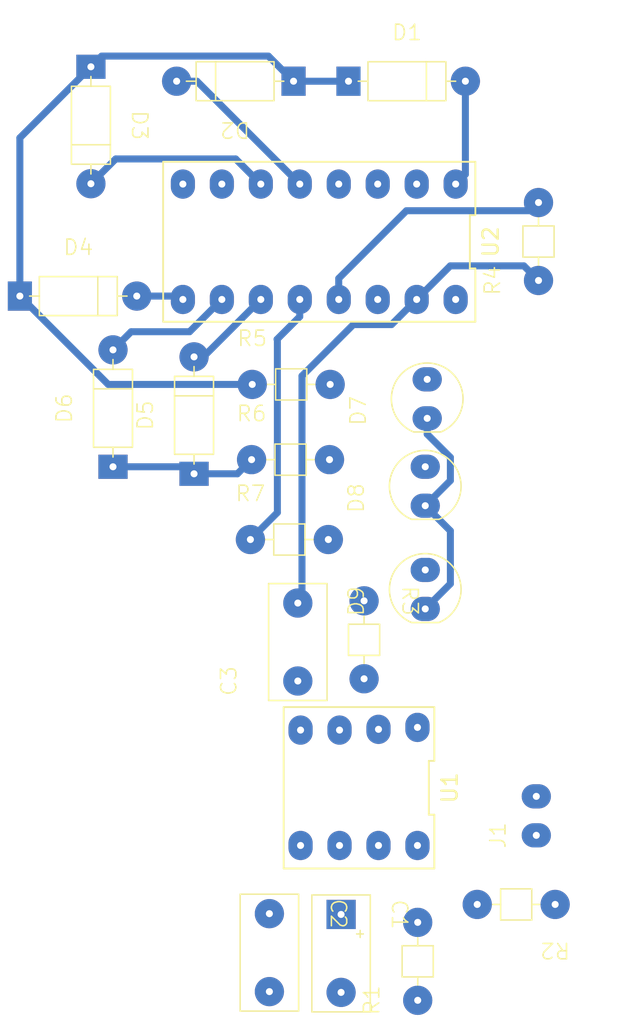
<source format=kicad_pcb>
(kicad_pcb (version 20240108) (generator "pcbnew") (generator_version "8.0")
  (layers (0 "F.Cu" signal) (31 "B.Cu" signal) (34 "B.Paste" user) (35 "F.Paste" user) (36 "B.SilkS" user "B.Silkscreen") (37 "F.SilkS" user "F.Silkscreen") (38 "B.Mask" user) (39 "F.Mask" user) (44 "Edge.Cuts" user))
  (net 0 "")
  (net 1 "Net-(U1-THR)")
  (net 2 "GND")
  (net 3 "Net-(U1-CV)")
  (net 4 "Net-(J1-Pin_1)")
  (net 5 "Net-(U2-Reset)")
  (net 6 "Net-(D1-K)")
  (net 7 "Net-(D1-A)")
  (net 8 "Net-(D2-A)")
  (net 9 "Net-(D3-A)")
  (net 10 "Net-(D4-A)")
  (net 11 "Net-(D5-K)")
  (net 12 "Net-(D5-A)")
  (net 13 "Net-(D6-A)")
  (net 14 "Net-(D7-A)")
  (net 15 "Net-(D8-A)")
  (net 16 "Net-(D9-A)")
  (net 17 "Net-(U1-DIS)")
  (net 18 "Net-(U1-Q)")
  (net 19 "Net-(U2-CLK)")
  (net 20 "Net-(U2-CKEN)")
  (net 21 "Net-(U2-Cout)")
  (footprint "MyLibrary:Resistor" (layer "F.Cu") (at 177.3936 113.538 90)
    (property "Reference" "R1" (at 0 -3 90) (layer "F.SilkS") (effects (font (thickness 0.1))))
    (property "Value" "10k")
    (fp_line (start 3.556 -1.016) (end 3.556 0) (stroke (width 0.1)) (layer "F.SilkS"))
    (fp_line (start 1.524 -1.016) (end 3.556 -1.016) (stroke (width 0.1)) (layer "F.SilkS"))
    (fp_line (start 3.937 0) (end 4.075 0) (stroke (width 0.1)) (layer "F.SilkS"))
    (fp_line (start 3.556 0) (end 3.937 0) (stroke (width 0.1)) (layer "F.SilkS"))
    (fp_line (start 3.556 0) (end 3.556 1.016) (stroke (width 0.1)) (layer "F.SilkS"))
    (fp_line (start 1.524 0) (end 1.524 -1.016) (stroke (width 0.1)) (layer "F.SilkS"))
    (fp_line (start 1.524 0) (end 1.143 0) (stroke (width 0.1)) (layer "F.SilkS"))
    (fp_line (start 1.143 0) (end 1 0) (stroke (width 0.1)) (layer "F.SilkS"))
    (fp_line (start 3.556 1.016) (end 1.524 1.016) (stroke (width 0.1)) (layer "F.SilkS"))
    (fp_line (start 1.524 1.016) (end 1.524 0) (stroke (width 0.1)) (layer "F.SilkS"))
    (pad "1" thru_hole oval (at 0 0 90) (size 1.905 1.905) (drill 0.4572) (layers "*.Cu" "*.Mask") (net 17 "Net-(U1-DIS)"))
    (pad "2" thru_hole oval (at 5.08 0 90) (size 1.905 1.905) (drill 0.4572) (layers "*.Cu" "*.Mask") (net 1 "Net-(U1-THR)"))
  )
  (footprint "MyLibrary:Resistor" (layer "F.Cu") (at 186.3523 107.2896 180)
    (property "Reference" "R2" (at 0 -3 180) (layer "F.SilkS") (effects (font (thickness 0.1))))
    (property "Value" "22k")
    (fp_line (start 3.937 0) (end 4.075 0) (stroke (width 0.1)) (layer "F.SilkS"))
    (fp_line (start 3.556 1.016) (end 1.524 1.016) (stroke (width 0.1)) (layer "F.SilkS"))
    (fp_line (start 3.556 0) (end 3.937 0) (stroke (width 0.1)) (layer "F.SilkS"))
    (fp_line (start 3.556 0) (end 3.556 1.016) (stroke (width 0.1)) (layer "F.SilkS"))
    (fp_line (start 3.556 -1.016) (end 3.556 0) (stroke (width 0.1)) (layer "F.SilkS"))
    (fp_line (start 1.524 1.016) (end 1.524 0) (stroke (width 0.1)) (layer "F.SilkS"))
    (fp_line (start 1.524 0) (end 1.524 -1.016) (stroke (width 0.1)) (layer "F.SilkS"))
    (fp_line (start 1.524 0) (end 1.143 0) (stroke (width 0.1)) (layer "F.SilkS"))
    (fp_line (start 1.524 -1.016) (end 3.556 -1.016) (stroke (width 0.1)) (layer "F.SilkS"))
    (fp_line (start 1.143 0) (end 1 0) (stroke (width 0.1)) (layer "F.SilkS"))
    (pad "1" thru_hole oval (at 0 0 180) (size 1.905 1.905) (drill 0.4572) (layers "*.Cu" "*.Mask") (net 4 "Net-(J1-Pin_1)"))
    (pad "2" thru_hole oval (at 5.08 0 180) (size 1.905 1.905) (drill 0.4572) (layers "*.Cu" "*.Mask") (net 17 "Net-(U1-DIS)"))
  )
  (footprint "MyLibrary:Resistor" (layer "F.Cu") (at 185.2676 66.6242 90)
    (property "Reference" "R4" (at 0 -3 90) (layer "F.SilkS") (effects (font (thickness 0.1))))
    (property "Value" "100k")
    (fp_line (start 3.556 -1.016) (end 3.556 0) (stroke (width 0.1)) (layer "F.SilkS"))
    (fp_line (start 1.524 -1.016) (end 3.556 -1.016) (stroke (width 0.1)) (layer "F.SilkS"))
    (fp_line (start 3.937 0) (end 4.075 0) (stroke (width 0.1)) (layer "F.SilkS"))
    (fp_line (start 3.556 0) (end 3.937 0) (stroke (width 0.1)) (layer "F.SilkS"))
    (fp_line (start 3.556 0) (end 3.556 1.016) (stroke (width 0.1)) (layer "F.SilkS"))
    (fp_line (start 1.524 0) (end 1.524 -1.016) (stroke (width 0.1)) (layer "F.SilkS"))
    (fp_line (start 1.524 0) (end 1.143 0) (stroke (width 0.1)) (layer "F.SilkS"))
    (fp_line (start 1.143 0) (end 1 0) (stroke (width 0.1)) (layer "F.SilkS"))
    (fp_line (start 3.556 1.016) (end 1.524 1.016) (stroke (width 0.1)) (layer "F.SilkS"))
    (fp_line (start 1.524 1.016) (end 1.524 0) (stroke (width 0.1)) (layer "F.SilkS"))
    (pad "1" thru_hole oval (at 0 0 90) (size 1.905 1.905) (drill 0.4572) (layers "*.Cu" "*.Mask") (net 5 "Net-(U2-Reset)"))
    (pad "2" thru_hole oval (at 5.08 0 90) (size 1.905 1.905) (drill 0.4572) (layers "*.Cu" "*.Mask") (net 20 "Net-(U2-CKEN)"))
  )
  (footprint "MyLibrary:Capacitor" (layer "F.Cu") (at 167.7246 107.8912 -90)
    (property "Reference" "C2" (at 0 -4.5 -90) (layer "F.SilkS") (effects (font (thickness 0.1))))
    (property "Value" "0.01uF")
    (fp_line (start -1.27 1.905) (end 6.35 1.905) (stroke (width 0.1)) (layer "F.SilkS"))
    (fp_line (start -1.27 -1.905) (end -1.27 1.905) (stroke (width 0.1)) (layer "F.SilkS"))
    (fp_line (start 6.35 -1.905) (end 6.35 1.905) (stroke (width 0.1)) (layer "F.SilkS"))
    (fp_line (start 6.35 -1.905) (end -1.27 -1.905) (stroke (width 0.1)) (layer "F.SilkS"))
    (pad "1" thru_hole oval (at 0 0 270) (size 1.905 1.905) (drill 0.4572) (layers "*.Cu" "*.Mask") (net 3 "Net-(U1-CV)"))
    (pad "2" thru_hole oval (at 5.08 0 270) (size 1.905 1.905) (drill 0.4572) (layers "*.Cu" "*.Mask") (net 2 "GND"))
  )
  (footprint "MyLibrary:Diode" (layer "F.Cu") (at 156.0914 52.697 -90)
    (property "Reference" "D3" (at 3.81 -3.175 -90) (layer "F.SilkS") (effects (font (thickness 0.1))))
    (property "Value" "1N4148")
    (fp_line (start 0.635 0) (end 1.27 0) (stroke (width 0.1)) (layer "F.SilkS"))
    (fp_line (start 6.35 0) (end 6.985 0) (stroke (width 0.1)) (layer "F.SilkS"))
    (fp_line (start 5.08 -1.27) (end 5.08 1.27) (stroke (width 0.1)) (layer "F.SilkS"))
    (fp_rect (start 1.27 -1.27) (end 6.35 1.27) (stroke (width 0.1)) (fill none) (layer "F.SilkS"))
    (pad "1" thru_hole rect (at 0 0 270) (size 1.5748 1.905) (drill 0.4572) (layers "*.Cu" "*.Mask") (net 6 "Net-(D1-K)"))
    (pad "2" thru_hole circle (at 7.62 0 270) (size 1.905 1.905) (drill 0.4572) (layers "*.Cu" "*.Mask") (net 9 "Net-(D3-A)"))
  )
  (footprint "MyLibrary:LED" (layer "F.Cu") (at 177.8846 88.0284 90)
    (property "Reference" "D9" (at 0.5 -4.5 90) (layer "F.SilkS") (effects (font (thickness 0.1))))
    (property "Value" "LED-RED")
    (fp_line (start -0.888999 -0.889001) (end -0.888999 0.889) (stroke (width 0.1)) (layer "F.SilkS"))
    (fp_arc (start -0.888999 -0.889001) (mid 3.604866 0) (end -0.888999 0.889) (stroke (width 0.1)) (layer "F.SilkS"))
    (pad "1" thru_hole oval (at 0 0 90) (size 1.5748 1.905) (drill 0.4572) (layers "*.Cu" "*.Mask") (net 2 "GND"))
    (pad "2" thru_hole oval (at 2.54 0 90) (size 1.5748 1.905) (drill 0.4572) (layers "*.Cu" "*.Mask") (net 16 "Net-(D9-A)"))
  )
  (footprint "MyLibrary:Counter" (layer "F.Cu") (at 179.8912 60.3662 180)
    (property "Reference" "U2" (at -2.2605 -3.7346 90) (layer "F.SilkS"))
    (property "Value" "4017")
    (fp_line (start 19.0913 1.4779) (end 19.0913 -8.947099) (stroke (width 0.12)) (layer "F.SilkS"))
    (fp_line (start 19.0913 -8.947099) (end -1.2605 -8.9471) (stroke (width 0.12)) (layer "F.SilkS"))
    (fp_line (start -0.9005 -1.997101) (end -1.2605 -1.997101) (stroke (width 0.12)) (layer "F.SilkS"))
    (fp_line (start -0.9005 -5.4721) (end -0.9005 -1.997101) (stroke (width 0.12)) (layer "F.SilkS"))
    (fp_line (start -1.2605 1.477899) (end 19.0913 1.4779) (stroke (width 0.12)) (layer "F.SilkS"))
    (fp_line (start -1.2605 -1.997101) (end -1.2605 1.477899) (stroke (width 0.12)) (layer "F.SilkS"))
    (fp_line (start -1.2605 -5.4721) (end -0.9005 -5.4721) (stroke (width 0.12)) (layer "F.SilkS"))
    (fp_line (start -1.2605 -8.9471) (end -1.2605 -5.4721) (stroke (width 0.12)) (layer "F.SilkS"))
    (pad "1" thru_hole oval (at 0.0254 0.0254 180) (size 1.5718 1.905) (drill 0.4572) (layers "*.Cu" "*.Mask") (net 7 "Net-(D1-A)"))
    (pad "2" thru_hole oval (at 2.5654 0.0254 180) (size 1.5718 1.905) (drill 0.4572) (layers "*.Cu" "*.Mask"))
    (pad "3" thru_hole oval (at 5.1054 0.0254 180) (size 1.5718 1.905) (drill 0.4572) (layers "*.Cu" "*.Mask"))
    (pad "4" thru_hole oval (at 7.6454 0.0254 180) (size 1.5718 1.905) (drill 0.4572) (layers "*.Cu" "*.Mask"))
    (pad "5" thru_hole oval (at 10.1854 0.0254 180) (size 1.5718 1.905) (drill 0.4572) (layers "*.Cu" "*.Mask") (net 8 "Net-(D2-A)"))
    (pad "6" thru_hole oval (at 12.7254 0.0254 180) (size 1.5718 1.905) (drill 0.4572) (layers "*.Cu" "*.Mask") (net 9 "Net-(D3-A)"))
    (pad "7" thru_hole oval (at 15.2654 0.0254 180) (size 1.5718 1.905) (drill 0.4572) (layers "*.Cu" "*.Mask"))
    (pad "8" thru_hole oval (at 17.8054 0.0254 180) (size 1.5718 1.905) (drill 0.4572) (layers "*.Cu" "*.Mask"))
    (pad "9" thru_hole oval (at 17.8054 -7.4946 180) (size 1.5718 1.905) (drill 0.4572) (layers "*.Cu" "*.Mask") (net 10 "Net-(D4-A)"))
    (pad "10" thru_hole oval (at 15.2654 -7.4946 180) (size 1.5718 1.905) (drill 0.4572) (layers "*.Cu" "*.Mask") (net 13 "Net-(D6-A)"))
    (pad "11" thru_hole oval (at 12.7254 -7.4946 180) (size 1.5718 1.905) (drill 0.4572) (layers "*.Cu" "*.Mask") (net 12 "Net-(D5-A)"))
    (pad "12" thru_hole oval (at 10.1854 -7.4946 180) (size 1.5718 1.905) (drill 0.4572) (layers "*.Cu" "*.Mask") (net 21 "Net-(U2-Cout)"))
    (pad "13" thru_hole oval (at 7.6454 -7.4946 180) (size 1.5718 1.905) (drill 0.4572) (layers "*.Cu" "*.Mask") (net 20 "Net-(U2-CKEN)"))
    (pad "14" thru_hole oval (at 5.1054 -7.4946 180) (size 1.5718 1.905) (drill 0.4572) (layers "*.Cu" "*.Mask") (net 19 "Net-(U2-CLK)"))
    (pad "15" thru_hole oval (at 2.5654 -7.4946 180) (size 1.5718 1.905) (drill 0.4572) (layers "*.Cu" "*.Mask") (net 5 "Net-(U2-Reset)"))
    (pad "16" thru_hole oval (at 0.0254 -7.4946 180) (size 1.5718 1.905) (drill 0.4572) (layers "*.Cu" "*.Mask"))
  )
  (footprint "MyLibrary:LED" (layer "F.Cu") (at 178.0116 75.6078 90)
    (property "Reference" "D7" (at 0.5 -4.5 90) (layer "F.SilkS") (effects (font (thickness 0.1))))
    (property "Value" "LED-GREEN")
    (fp_line (start -0.888999 -0.889001) (end -0.888999 0.889) (stroke (width 0.1)) (layer "F.SilkS"))
    (fp_arc (start -0.888999 -0.889001) (mid 3.604866 0) (end -0.888999 0.889) (stroke (width 0.1)) (layer "F.SilkS"))
    (pad "1" thru_hole oval (at 0 0 90) (size 1.5748 1.905) (drill 0.4572) (layers "*.Cu" "*.Mask") (net 2 "GND"))
    (pad "2" thru_hole oval (at 2.54 0 90) (size 1.5748 1.905) (drill 0.4572) (layers "*.Cu" "*.Mask") (net 14 "Net-(D7-A)"))
  )
  (footprint "MyLibrary:Connector" (layer "F.Cu") (at 185.1236 102.7858 90)
    (property "Reference" "J1" (at 0 -2.5 90) (layer "F.SilkS") (effects (font (thickness 0.1))))
    (property "Value" "Conn_01x02_Pin")
    (pad "1" thru_hole oval (at 0 0 90) (size 1.5748 1.905) (drill 0.4572) (layers "*.Cu" "*.Mask") (net 4 "Net-(J1-Pin_1)"))
    (pad "2" thru_hole oval (at 2.54 0 90) (size 1.5748 1.905) (drill 0.4572) (layers "*.Cu" "*.Mask") (net 2 "GND"))
  )
  (footprint "MyLibrary:LED" (layer "F.Cu") (at 177.8846 81.3024 90)
    (property "Reference" "D8" (at 0.5 -4.5 90) (layer "F.SilkS") (effects (font (thickness 0.1))))
    (property "Value" "LED-YELLOW")
    (fp_line (start -0.888999 -0.889001) (end -0.888999 0.889) (stroke (width 0.1)) (layer "F.SilkS"))
    (fp_arc (start -0.888999 -0.889001) (mid 3.604866 0) (end -0.888999 0.889) (stroke (width 0.1)) (layer "F.SilkS"))
    (pad "1" thru_hole oval (at 0 0 90) (size 1.5748 1.905) (drill 0.4572) (layers "*.Cu" "*.Mask") (net 2 "GND"))
    (pad "2" thru_hole oval (at 2.54 0 90) (size 1.5748 1.905) (drill 0.4572) (layers "*.Cu" "*.Mask") (net 15 "Net-(D8-A)"))
  )
  (footprint "MyLibrary:555" (layer "F.Cu") (at 177.3766 95.75 180)
    (property "Reference" "U1" (at -2.1 -3.937 90) (layer "F.SilkS"))
    (property "Value" "LM555xN")
    (fp_line (start 8.72 1.323) (end 8.72 -9.197) (stroke (width 0.12)) (layer "F.SilkS"))
    (fp_line (start 8.72 -9.197) (end -1.1 -9.197) (stroke (width 0.12)) (layer "F.SilkS"))
    (fp_line (start -0.74 -2.183667) (end -1.1 -2.183667) (stroke (width 0.12)) (layer "F.SilkS"))
    (fp_line (start -0.74 -5.690333) (end -0.74 -2.183667) (stroke (width 0.12)) (layer "F.SilkS"))
    (fp_line (start -1.1 1.323) (end 8.72 1.323) (stroke (width 0.12)) (layer "F.SilkS"))
    (fp_line (start -1.1 -2.183667) (end -1.1 1.323) (stroke (width 0.12)) (layer "F.SilkS"))
    (fp_line (start -1.1 -5.690333) (end -0.74 -5.690333) (stroke (width 0.12)) (layer "F.SilkS"))
    (fp_line (start -1.1 -9.197) (end -1.1 -5.690333) (stroke (width 0.12)) (layer "F.SilkS"))
    (pad "1" thru_hole oval (at 0 0 180) (size 1.5748 1.905) (drill 0.4572) (layers "*.Cu" "*.Mask") (net 2 "GND"))
    (pad "2" thru_hole oval (at 2.54 -0.127 180) (size 1.5748 1.905) (drill 0.4572) (layers "*.Cu" "*.Mask") (net 1 "Net-(U1-THR)"))
    (pad "3" thru_hole oval (at 5.08 -0.177 180) (size 1.5748 1.905) (drill 0.4572) (layers "*.Cu" "*.Mask") (net 18 "Net-(U1-Q)"))
    (pad "4" thru_hole oval (at 7.62 -0.177 180) (size 1.5748 1.905) (drill 0.4572) (layers "*.Cu" "*.Mask") (net 4 "Net-(J1-Pin_1)"))
    (pad "5" thru_hole oval (at 7.62 -7.697 180) (size 1.5748 1.905) (drill 0.4572) (layers "*.Cu" "*.Mask") (net 3 "Net-(U1-CV)"))
    (pad "6" thru_hole oval (at 5.08 -7.697 180) (size 1.5748 1.905) (drill 0.4572) (layers "*.Cu" "*.Mask") (net 1 "Net-(U1-THR)"))
    (pad "7" thru_hole oval (at 2.54 -7.697 180) (size 1.5748 1.905) (drill 0.4572) (layers "*.Cu" "*.Mask") (net 17 "Net-(U1-DIS)"))
    (pad "8" thru_hole oval (at 0 -7.697 180) (size 1.5748 1.905) (drill 0.4572) (layers "*.Cu" "*.Mask") (net 4 "Net-(J1-Pin_1)"))
  )
  (footprint "MyLibrary:Resistor" (layer "F.Cu") (at 173.8968 87.5025 -90)
    (property "Reference" "R3" (at 0 -3 -90) (layer "F.SilkS") (effects (font (thickness 0.1))))
    (property "Value" "10k")
    (fp_line (start 1.524 1.016) (end 1.524 0) (stroke (width 0.1)) (layer "F.SilkS"))
    (fp_line (start 3.556 1.016) (end 1.524 1.016) (stroke (width 0.1)) (layer "F.SilkS"))
    (fp_line (start 1.143 0) (end 1 0) (stroke (width 0.1)) (layer "F.SilkS"))
    (fp_line (start 1.524 0) (end 1.143 0) (stroke (width 0.1)) (layer "F.SilkS"))
    (fp_line (start 1.524 0) (end 1.524 -1.016) (stroke (width 0.1)) (layer "F.SilkS"))
    (fp_line (start 3.556 0) (end 3.556 1.016) (stroke (width 0.1)) (layer "F.SilkS"))
    (fp_line (start 3.556 0) (end 3.937 0) (stroke (width 0.1)) (layer "F.SilkS"))
    (fp_line (start 3.937 0) (end 4.075 0) (stroke (width 0.1)) (layer "F.SilkS"))
    (fp_line (start 1.524 -1.016) (end 3.556 -1.016) (stroke (width 0.1)) (layer "F.SilkS"))
    (fp_line (start 3.556 -1.016) (end 3.556 0) (stroke (width 0.1)) (layer "F.SilkS"))
    (pad "1" thru_hole oval (at 0 0 270) (size 1.905 1.905) (drill 0.4572) (layers "*.Cu" "*.Mask") (net 19 "Net-(U2-CLK)"))
    (pad "2" thru_hole oval (at 5.08 0 270) (size 1.905 1.905) (drill 0.4572) (layers "*.Cu" "*.Mask") (net 18 "Net-(U1-Q)"))
  )
  (footprint "MyLibrary:Diode" (layer "F.Cu") (at 172.8808 53.6368)
    (property "Reference" "D1" (at 3.81 -3.175 0) (layer "F.SilkS") (effects (font (thickness 0.1))))
    (property "Value" "1N4148")
    (fp_line (start 0.635 0) (end 1.27 0) (stroke (width 0.1)) (layer "F.SilkS"))
    (fp_line (start 5.08 -1.27) (end 5.08 1.27) (stroke (width 0.1)) (layer "F.SilkS"))
    (fp_line (start 6.35 0) (end 6.985 0) (stroke (width 0.1)) (layer "F.SilkS"))
    (fp_rect (start 1.27 -1.27) (end 6.35 1.27) (stroke (width 0.1)) (fill none) (layer "F.SilkS"))
    (pad "1" thru_hole rect (at 0 0) (size 1.5748 1.905) (drill 0.4572) (layers "*.Cu" "*.Mask") (net 6 "Net-(D1-K)"))
    (pad "2" thru_hole circle (at 7.62 0) (size 1.905 1.905) (drill 0.4572) (layers "*.Cu" "*.Mask") (net 7 "Net-(D1-A)"))
  )
  (footprint "MyLibrary:CP" (layer "F.Cu") (at 172.3982 107.942 -90)
    (property "Reference" "C1" (at 0 -3.81 -90) (layer "F.SilkS") (effects (font (thickness 0.1))))
    (property "Value" "47u")
    (fp_line (start -1.27 1.905) (end 6.35 1.905) (stroke (width 0.1)) (layer "F.SilkS"))
    (fp_line (start 6.35 1.905) (end 6.35 -1.905) (stroke (width 0.1)) (layer "F.SilkS"))
    (fp_line (start 1.0414 -1.2446) (end 1.4986 -1.2446) (stroke (width 0.1)) (layer "F.SilkS"))
    (fp_line (start 1.27 -1.4478) (end 1.27 -1.016) (stroke (width 0.1)) (layer "F.SilkS"))
    (fp_line (start -1.27 -1.905) (end -1.27 1.905) (stroke (width 0.1)) (layer "F.SilkS"))
    (fp_line (start 6.35 -1.905) (end -1.27 -1.905) (stroke (width 0.1)) (layer "F.SilkS"))
    (pad "1" thru_hole rect (at 0 0 270) (size 1.905 1.905) (drill 0.4572) (layers "*.Cu" "*.Mask") (net 1 "Net-(U1-THR)"))
    (pad "2" thru_hole oval (at 5.08 0 270) (size 1.905 1.905) (drill 0.4572) (layers "*.Cu" "*.Mask") (net 2 "GND"))
  )
  (footprint "MyLibrary:Resistor" (layer "F.Cu") (at 166.4875 83.5072)
    (property "Reference" "R7" (at 0 -3 0) (layer "F.SilkS") (effects (font (thickness 0.1))))
    (property "Value" "100R")
    (fp_line (start 1.143 0) (end 1 0) (stroke (width 0.1)) (layer "F.SilkS"))
    (fp_line (start 1.524 -1.016) (end 3.556 -1.016) (stroke (width 0.1)) (layer "F.SilkS"))
    (fp_line (start 1.524 0) (end 1.143 0) (stroke (width 0.1)) (layer "F.SilkS"))
    (fp_line (start 1.524 0) (end 1.524 -1.016) (stroke (width 0.1)) (layer "F.SilkS"))
    (fp_line (start 1.524 1.016) (end 1.524 0) (stroke (width 0.1)) (layer "F.SilkS"))
    (fp_line (start 3.556 -1.016) (end 3.556 0) (stroke (width 0.1)) (layer "F.SilkS"))
    (fp_line (start 3.556 0) (end 3.556 1.016) (stroke (width 0.1)) (layer "F.SilkS"))
    (fp_line (start 3.556 0) (end 3.937 0) (stroke (width 0.1)) (layer "F.SilkS"))
    (fp_line (start 3.556 1.016) (end 1.524 1.016) (stroke (width 0.1)) (layer "F.SilkS"))
    (fp_line (start 3.937 0) (end 4.075 0) (stroke (width 0.1)) (layer "F.SilkS"))
    (pad "1" thru_hole oval (at 0 0) (size 1.905 1.905) (drill 0.4572) (layers "*.Cu" "*.Mask") (net 21 "Net-(U2-Cout)"))
    (pad "2" thru_hole oval (at 5.08 0) (size 1.905 1.905) (drill 0.4572) (layers "*.Cu" "*.Mask") (net 16 "Net-(D9-A)"))
  )
  (footprint "MyLibrary:Diode" (layer "F.Cu") (at 157.5308 78.7654 90)
    (property "Reference" "D6" (at 3.81 -3.175 90) (layer "F.SilkS") (effects (font (thickness 0.1))))
    (property "Value" "1N4148")
    (fp_line (start 5.08 -1.27) (end 5.08 1.27) (stroke (width 0.1)) (layer "F.SilkS"))
    (fp_line (start 6.35 0) (end 6.985 0) (stroke (width 0.1)) (layer "F.SilkS"))
    (fp_line (start 0.635 0) (end 1.27 0) (stroke (width 0.1)) (layer "F.SilkS"))
    (fp_rect (start 1.27 -1.27) (end 6.35 1.27) (stroke (width 0.1)) (fill none) (layer "F.SilkS"))
    (pad "1" thru_hole rect (at 0 0 90) (size 1.5748 1.905) (drill 0.4572) (layers "*.Cu" "*.Mask") (net 11 "Net-(D5-K)"))
    (pad "2" thru_hole circle (at 7.62 0 90) (size 1.905 1.905) (drill 0.4572) (layers "*.Cu" "*.Mask") (net 13 "Net-(D6-A)"))
  )
  (footprint "MyLibrary:Capacitor" (layer "F.Cu") (at 169.5788 92.7274 90)
    (property "Reference" "C3" (at 0 -4.5 90) (layer "F.SilkS") (effects (font (thickness 0.1))))
    (property "Value" "6.8nF")
    (fp_line (start 6.35 -1.905) (end -1.27 -1.905) (stroke (width 0.1)) (layer "F.SilkS"))
    (fp_line (start 6.35 -1.905) (end 6.35 1.905) (stroke (width 0.1)) (layer "F.SilkS"))
    (fp_line (start -1.27 -1.905) (end -1.27 1.905) (stroke (width 0.1)) (layer "F.SilkS"))
    (fp_line (start -1.27 1.905) (end 6.35 1.905) (stroke (width 0.1)) (layer "F.SilkS"))
    (pad "1" thru_hole oval (at 0 0 90) (size 1.905 1.905) (drill 0.4572) (layers "*.Cu" "*.Mask") (net 4 "Net-(J1-Pin_1)"))
    (pad "2" thru_hole oval (at 5.08 0 90) (size 1.905 1.905) (drill 0.4572) (layers "*.Cu" "*.Mask") (net 5 "Net-(U2-Reset)"))
  )
  (footprint "MyLibrary:Diode" (layer "F.Cu") (at 162.814 79.2226 90)
    (property "Reference" "D5" (at 3.81 -3.175 90) (layer "F.SilkS") (effects (font (thickness 0.1))))
    (property "Value" "1N4148")
    (fp_line (start 5.08 -1.27) (end 5.08 1.27) (stroke (width 0.1)) (layer "F.SilkS"))
    (fp_line (start 6.35 0) (end 6.985 0) (stroke (width 0.1)) (layer "F.SilkS"))
    (fp_line (start 0.635 0) (end 1.27 0) (stroke (width 0.1)) (layer "F.SilkS"))
    (fp_rect (start 1.27 -1.27) (end 6.35 1.27) (stroke (width 0.1)) (fill none) (layer "F.SilkS"))
    (pad "1" thru_hole rect (at 0 0 90) (size 1.5748 1.905) (drill 0.4572) (layers "*.Cu" "*.Mask") (net 11 "Net-(D5-K)"))
    (pad "2" thru_hole circle (at 7.62 0 90) (size 1.905 1.905) (drill 0.4572) (layers "*.Cu" "*.Mask") (net 12 "Net-(D5-A)"))
  )
  (footprint "MyLibrary:Resistor" (layer "F.Cu") (at 166.607 73.398)
    (property "Reference" "R5" (at 0 -3 0) (layer "F.SilkS") (effects (font (thickness 0.1))))
    (property "Value" "100R")
    (fp_line (start 1.143 0) (end 1 0) (stroke (width 0.1)) (layer "F.SilkS"))
    (fp_line (start 1.524 -1.016) (end 3.556 -1.016) (stroke (width 0.1)) (layer "F.SilkS"))
    (fp_line (start 1.524 0) (end 1.143 0) (stroke (width 0.1)) (layer "F.SilkS"))
    (fp_line (start 1.524 0) (end 1.524 -1.016) (stroke (width 0.1)) (layer "F.SilkS"))
    (fp_line (start 1.524 1.016) (end 1.524 0) (stroke (width 0.1)) (layer "F.SilkS"))
    (fp_line (start 3.556 -1.016) (end 3.556 0) (stroke (width 0.1)) (layer "F.SilkS"))
    (fp_line (start 3.556 0) (end 3.556 1.016) (stroke (width 0.1)) (layer "F.SilkS"))
    (fp_line (start 3.556 0) (end 3.937 0) (stroke (width 0.1)) (layer "F.SilkS"))
    (fp_line (start 3.556 1.016) (end 1.524 1.016) (stroke (width 0.1)) (layer "F.SilkS"))
    (fp_line (start 3.937 0) (end 4.075 0) (stroke (width 0.1)) (layer "F.SilkS"))
    (pad "1" thru_hole oval (at 0 0) (size 1.905 1.905) (drill 0.4572) (layers "*.Cu" "*.Mask") (net 6 "Net-(D1-K)"))
    (pad "2" thru_hole oval (at 5.08 0) (size 1.905 1.905) (drill 0.4572) (layers "*.Cu" "*.Mask") (net 14 "Net-(D7-A)"))
  )
  (footprint "MyLibrary:Diode" (layer "F.Cu") (at 169.2994 53.6368 180)
    (property "Reference" "D2" (at 3.81 -3.175 180) (layer "F.SilkS") (effects (font (thickness 0.1))))
    (property "Value" "1N4148")
    (fp_line (start 6.35 0) (end 6.985 0) (stroke (width 0.1)) (layer "F.SilkS"))
    (fp_line (start 5.08 -1.27) (end 5.08 1.27) (stroke (width 0.1)) (layer "F.SilkS"))
    (fp_line (start 0.635 0) (end 1.27 0) (stroke (width 0.1)) (layer "F.SilkS"))
    (fp_rect (start 1.27 -1.27) (end 6.35 1.27) (stroke (width 0.1)) (fill none) (layer "F.SilkS"))
    (pad "1" thru_hole rect (at 0 0 180) (size 1.5748 1.905) (drill 0.4572) (layers "*.Cu" "*.Mask") (net 6 "Net-(D1-K)"))
    (pad "2" thru_hole circle (at 7.62 0 180) (size 1.905 1.905) (drill 0.4572) (layers "*.Cu" "*.Mask") (net 8 "Net-(D2-A)"))
  )
  (footprint "MyLibrary:Diode" (layer "F.Cu") (at 151.4602 67.6402)
    (property "Reference" "D4" (at 3.81 -3.175 0) (layer "F.SilkS") (effects (font (thickness 0.1))))
    (property "Value" "1N4148")
    (fp_line (start 0.635 0) (end 1.27 0) (stroke (width 0.1)) (layer "F.SilkS"))
    (fp_line (start 5.08 -1.27) (end 5.08 1.27) (stroke (width 0.1)) (layer "F.SilkS"))
    (fp_line (start 6.35 0) (end 6.985 0) (stroke (width 0.1)) (layer "F.SilkS"))
    (fp_rect (start 1.27 -1.27) (end 6.35 1.27) (stroke (width 0.1)) (fill none) (layer "F.SilkS"))
    (pad "1" thru_hole rect (at 0 0) (size 1.5748 1.905) (drill 0.4572) (layers "*.Cu" "*.Mask") (net 6 "Net-(D1-K)"))
    (pad "2" thru_hole circle (at 7.62 0) (size 1.905 1.905) (drill 0.4572) (layers "*.Cu" "*.Mask") (net 10 "Net-(D4-A)"))
  )
  (footprint "MyLibrary:Resistor" (layer "F.Cu") (at 166.5637 78.3002)
    (property "Reference" "R6" (at 0 -3 0) (layer "F.SilkS") (effects (font (thickness 0.1))))
    (property "Value" "100R")
    (fp_line (start 1.143 0) (end 1 0) (stroke (width 0.1)) (layer "F.SilkS"))
    (fp_line (start 1.524 -1.016) (end 3.556 -1.016) (stroke (width 0.1)) (layer "F.SilkS"))
    (fp_line (start 1.524 0) (end 1.143 0) (stroke (width 0.1)) (layer "F.SilkS"))
    (fp_line (start 1.524 0) (end 1.524 -1.016) (stroke (width 0.1)) (layer "F.SilkS"))
    (fp_line (start 1.524 1.016) (end 1.524 0) (stroke (width 0.1)) (layer "F.SilkS"))
    (fp_line (start 3.556 -1.016) (end 3.556 0) (stroke (width 0.1)) (layer "F.SilkS"))
    (fp_line (start 3.556 0) (end 3.556 1.016) (stroke (width 0.1)) (layer "F.SilkS"))
    (fp_line (start 3.556 0) (end 3.937 0) (stroke (width 0.1)) (layer "F.SilkS"))
    (fp_line (start 3.556 1.016) (end 1.524 1.016) (stroke (width 0.1)) (layer "F.SilkS"))
    (fp_line (start 3.937 0) (end 4.075 0) (stroke (width 0.1)) (layer "F.SilkS"))
    (pad "1" thru_hole oval (at 0 0) (size 1.905 1.905) (drill 0.4572) (layers "*.Cu" "*.Mask") (net 11 "Net-(D5-K)"))
    (pad "2" thru_hole oval (at 5.08 0) (size 1.905 1.905) (drill 0.4572) (layers "*.Cu" "*.Mask") (net 15 "Net-(D8-A)"))
  )
  (segment (start 178.0116 75.6078) (end 178.0116 76.640881) (width 0.4572) (layer "B.Cu") (net 2))
  (segment (start 179.5229 79.6641) (end 177.8846 81.3024) (width 0.4572) (layer "B.Cu") (net 2))
  (segment (start 179.5229 82.9407) (end 179.5229 86.3901) (width 0.4572) (layer "B.Cu") (net 2))
  (segment (start 177.8846 81.3024) (end 179.5229 82.9407) (width 0.4572) (layer "B.Cu") (net 2))
  (segment (start 178.0116 76.640881) (end 179.5229 78.152181) (width 0.4572) (layer "B.Cu") (net 2))
  (segment (start 179.5229 78.152181) (end 179.5229 79.6641) (width 0.4572) (layer "B.Cu") (net 2))
  (segment (start 179.5229 86.3901) (end 177.8846 88.0284) (width 0.4572) (layer "B.Cu") (net 2))
  (segment (start 184.3151 65.6717) (end 179.5149 65.6717) (width 0.4572) (layer "B.Cu") (net 5))
  (segment (start 169.8498 72.843498) (end 173.194198 69.4991) (width 0.4572) (layer "B.Cu") (net 5))
  (segment (start 169.5788 87.1644) (end 169.8498 86.8934) (width 0.4572) (layer "B.Cu") (net 5))
  (segment (start 185.2676 66.6242) (end 184.3151 65.6717) (width 0.4572) (layer "B.Cu") (net 5))
  (segment (start 169.5788 87.6474) (end 169.5788 87.1644) (width 0.4572) (layer "B.Cu") (net 5))
  (segment (start 179.5149 65.6717) (end 177.3258 67.8608) (width 0.4572) (layer "B.Cu") (net 5))
  (segment (start 173.194198 69.4991) (end 175.6875 69.4991) (width 0.4572) (layer "B.Cu") (net 5))
  (segment (start 169.8498 86.8934) (end 169.8498 72.843498) (width 0.4572) (layer "B.Cu") (net 5))
  (segment (start 175.6875 69.4991) (end 177.3258 67.8608) (width 0.4572) (layer "B.Cu") (net 5))
  (segment (start 157.218 73.398) (end 166.607 73.398) (width 0.4572) (layer "B.Cu") (net 6))
  (segment (start 156.7899 51.9985) (end 156.0914 52.697) (width 0.4572) (layer "B.Cu") (net 6))
  (segment (start 151.4602 57.3282) (end 151.4602 67.6402) (width 0.4572) (layer "B.Cu") (net 6))
  (segment (start 169.2994 53.6368) (end 167.6611 51.9985) (width 0.4572) (layer "B.Cu") (net 6))
  (segment (start 151.4602 67.6402) (end 157.218 73.398) (width 0.4572) (layer "B.Cu") (net 6))
  (segment (start 169.2994 53.6368) (end 172.8808 53.6368) (width 0.4572) (layer "B.Cu") (net 6))
  (segment (start 167.6611 51.9985) (end 156.7899 51.9985) (width 0.4572) (layer "B.Cu") (net 6))
  (segment (start 156.0914 52.697) (end 151.4602 57.3282) (width 0.4572) (layer "B.Cu") (net 6))
  (segment (start 180.5008 59.7058) (end 179.8658 60.3408) (width 0.4572) (layer "B.Cu") (net 7))
  (segment (start 180.5008 53.6368) (end 180.5008 59.7058) (width 0.4572) (layer "B.Cu") (net 7))
  (segment (start 163.0018 53.6368) (end 169.7058 60.3408) (width 0.4572) (layer "B.Cu") (net 8))
  (segment (start 161.6794 53.6368) (end 163.0018 53.6368) (width 0.4572) (layer "B.Cu") (net 8))
  (segment (start 157.7059 58.7025) (end 165.5275 58.7025) (width 0.4572) (layer "B.Cu") (net 9))
  (segment (start 156.0914 60.317) (end 157.7059 58.7025) (width 0.4572) (layer "B.Cu") (net 9))
  (segment (start 165.5275 58.7025) (end 167.1658 60.3408) (width 0.4572) (layer "B.Cu") (net 9))
  (segment (start 161.8652 67.6402) (end 162.0858 67.8608) (width 0.4572) (layer "B.Cu") (net 10))
  (segment (start 159.0802 67.6402) (end 161.8652 67.6402) (width 0.4572) (layer "B.Cu") (net 10))
  (segment (start 165.6413 79.2226) (end 166.5637 78.3002) (width 0.4572) (layer "B.Cu") (net 11))
  (segment (start 162.814 79.2226) (end 165.6413 79.2226) (width 0.4572) (layer "B.Cu") (net 11))
  (segment (start 162.3568 78.7654) (end 162.814 79.2226) (width 0.4572) (layer "B.Cu") (net 11))
  (segment (start 157.5308 78.7654) (end 162.3568 78.7654) (width 0.4572) (layer "B.Cu") (net 11))
  (segment (start 163.424 71.6026) (end 167.1658 67.8608) (width 0.4572) (layer "B.Cu") (net 12))
  (segment (start 162.814 71.6026) (end 163.424 71.6026) (width 0.4572) (layer "B.Cu") (net 12))
  (segment (start 158.7119 69.9643) (end 162.5223 69.9643) (width 0.4572) (layer "B.Cu") (net 13))
  (segment (start 157.5308 71.1454) (end 158.7119 69.9643) (width 0.4572) (layer "B.Cu") (net 13))
  (segment (start 162.5223 69.9643) (end 164.6258 67.8608) (width 0.4572) (layer "B.Cu") (net 13))
  (segment (start 185.2676 61.5442) (end 184.7342 62.0776) (width 0.4572) (layer "B.Cu") (net 20))
  (segment (start 184.7342 62.0776) (end 176.657 62.0776) (width 0.4572) (layer "B.Cu") (net 20))
  (segment (start 176.657 62.0776) (end 172.2458 66.4888) (width 0.4572) (layer "B.Cu") (net 20))
  (segment (start 172.2458 66.4888) (end 172.2458 67.8608) (width 0.4572) (layer "B.Cu") (net 20))
  (segment (start 168.2453 81.7494) (end 168.2453 70.4807) (width 0.4572) (layer "B.Cu") (net 21))
  (segment (start 168.2242 70.4596) (end 169.7058 68.978) (width 0.4572) (layer "B.Cu") (net 21))
  (segment (start 166.4875 83.5072) (end 168.2453 81.7494) (width 0.4572) (layer "B.Cu") (net 21))
  (segment (start 169.7058 68.978) (end 169.7058 67.8608) (width 0.4572) (layer "B.Cu") (net 21))
  (segment (start 168.2453 70.4807) (end 168.2242 70.4596) (width 0.4572) (layer "B.Cu") (net 21))
)
</source>
